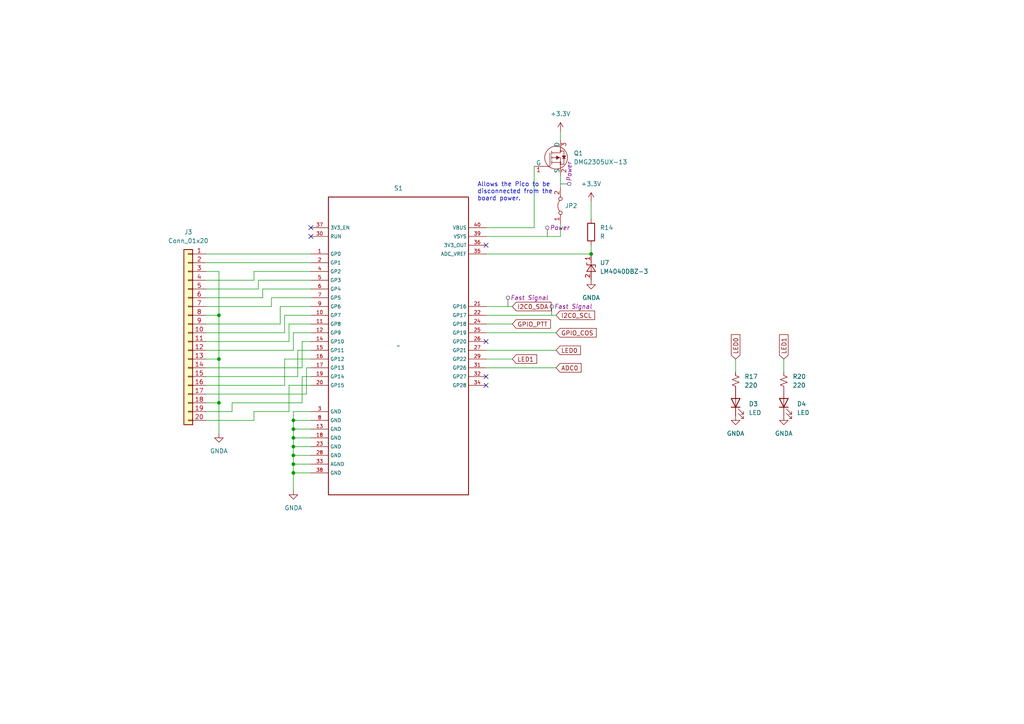
<source format=kicad_sch>
(kicad_sch (version 20230121) (generator eeschema)
  (paper "A4")
  (lib_symbols
    (symbol "Connector_Generic:Conn_01x20" (pin_names (offset 1.016) hide)
      (property "Reference" "J" (at 0 25.4 0))
      (property "Value" "Conn_01x20" (at 0 -27.94 0))
      (symbol "Conn_01x20_1_1"
        (rectangle (start -1.27 -25.273) (end 0 -25.527) (stroke (width 0.1524)))
        (rectangle (start -1.27 -22.733) (end 0 -22.987) (stroke (width 0.1524)))
        (rectangle (start -1.27 -20.193) (end 0 -20.447) (stroke (width 0.1524)))
        (rectangle (start -1.27 -17.653) (end 0 -17.907) (stroke (width 0.1524)))
        (rectangle (start -1.27 -15.113) (end 0 -15.367) (stroke (width 0.1524)))
        (rectangle (start -1.27 -12.573) (end 0 -12.827) (stroke (width 0.1524)))
        (rectangle (start -1.27 -10.033) (end 0 -10.287) (stroke (width 0.1524)))
        (rectangle (start -1.27 -7.493) (end 0 -7.747) (stroke (width 0.1524)))
        (rectangle (start -1.27 -4.953) (end 0 -5.207) (stroke (width 0.1524)))
        (rectangle (start -1.27 -2.413) (end 0 -2.667) (stroke (width 0.1524)))
        (rectangle (start -1.27 0.127) (end 0 -0.127) (stroke (width 0.1524)))
        (rectangle (start -1.27 2.667) (end 0 2.413) (stroke (width 0.1524)))
        (rectangle (start -1.27 5.207) (end 0 4.953) (stroke (width 0.1524)))
        (rectangle (start -1.27 7.747) (end 0 7.493) (stroke (width 0.1524)))
        (rectangle (start -1.27 10.287) (end 0 10.033) (stroke (width 0.1524)))
        (rectangle (start -1.27 12.827) (end 0 12.573) (stroke (width 0.1524)))
        (rectangle (start -1.27 15.367) (end 0 15.113) (stroke (width 0.1524)))
        (rectangle (start -1.27 17.907) (end 0 17.653) (stroke (width 0.1524)))
        (rectangle (start -1.27 20.447) (end 0 20.193) (stroke (width 0.1524)))
        (rectangle (start -1.27 22.987) (end 0 22.733) (stroke (width 0.1524)))
        (rectangle (start -1.27 24.13) (end 1.27 -26.67) (stroke (width 0.254)) (fill (type background)))
        (pin passive line (at -5.08 22.86 0) (length 3.81) (name "Pin_1") (number "1"))
        (pin passive line (at -5.08 0 0) (length 3.81) (name "Pin_10") (number "10"))
        (pin passive line (at -5.08 -2.54 0) (length 3.81) (name "Pin_11") (number "11"))
        (pin passive line (at -5.08 -5.08 0) (length 3.81) (name "Pin_12") (number "12"))
        (pin passive line (at -5.08 -7.62 0) (length 3.81) (name "Pin_13") (number "13"))
        (pin passive line (at -5.08 -10.16 0) (length 3.81) (name "Pin_14") (number "14"))
        (pin passive line (at -5.08 -12.7 0) (length 3.81) (name "Pin_15") (number "15"))
        (pin passive line (at -5.08 -15.24 0) (length 3.81) (name "Pin_16") (number "16"))
        (pin passive line (at -5.08 -17.78 0) (length 3.81) (name "Pin_17") (number "17"))
        (pin passive line (at -5.08 -20.32 0) (length 3.81) (name "Pin_18") (number "18"))
        (pin passive line (at -5.08 -22.86 0) (length 3.81) (name "Pin_19") (number "19"))
        (pin passive line (at -5.08 20.32 0) (length 3.81) (name "Pin_2") (number "2"))
        (pin passive line (at -5.08 -25.4 0) (length 3.81) (name "Pin_20") (number "20"))
        (pin passive line (at -5.08 17.78 0) (length 3.81) (name "Pin_3") (number "3"))
        (pin passive line (at -5.08 15.24 0) (length 3.81) (name "Pin_4") (number "4"))
        (pin passive line (at -5.08 12.7 0) (length 3.81) (name "Pin_5") (number "5"))
        (pin passive line (at -5.08 10.16 0) (length 3.81) (name "Pin_6") (number "6"))
        (pin passive line (at -5.08 7.62 0) (length 3.81) (name "Pin_7") (number "7"))
        (pin passive line (at -5.08 5.08 0) (length 3.81) (name "Pin_8") (number "8"))
        (pin passive line (at -5.08 2.54 0) (length 3.81) (name "Pin_9") (number "9"))
      )
    )
    (symbol "Device:LED" (pin_numbers hide) (pin_names (offset 1.016) hide)
      (property "Reference" "D" (at 0 2.54 0))
      (property "Value" "LED" (at 0 -2.54 0))
      (symbol "LED_0_1"
        (polyline (pts (xy -1.27 -1.27) (xy -1.27 1.27)) (stroke (width 0.254)))
        (polyline (pts (xy -1.27 0) (xy 1.27 0)))
        (polyline (pts (xy 1.27 -1.27) (xy 1.27 1.27) (xy -1.27 0) (xy 1.27 -1.27)) (stroke (width 0.254)))
        (polyline (pts (xy -3.048 -0.762) (xy -4.572 -2.286) (xy -3.81 -2.286) (xy -4.572 -2.286) (xy -4.572 -1.524)))
        (polyline (pts (xy -1.778 -0.762) (xy -3.302 -2.286) (xy -2.54 -2.286) (xy -3.302 -2.286) (xy -3.302 -1.524)))
      )
      (symbol "LED_1_1"
        (pin passive line (at -3.81 0 0) (length 2.54) (name "K") (number "1"))
        (pin passive line (at 3.81 0 180) (length 2.54) (name "A") (number "2"))
      )
    )
    (symbol "Device:R" (pin_numbers hide) (pin_names (offset 0))
      (property "Reference" "R" (at 2.032 0 90))
      (property "Value" "R" (at 0 0 90))
      (symbol "R_0_1"
        (rectangle (start -1.016 -2.54) (end 1.016 2.54) (stroke (width 0.254)))
      )
      (symbol "R_1_1"
        (pin passive line (at 0 3.81 270) (length 1.27) (name "~") (number "1"))
        (pin passive line (at 0 -3.81 90) (length 1.27) (name "~") (number "2"))
      )
    )
    (symbol "Device:R_Small_US" (pin_numbers hide) (pin_names (offset 0.254) hide)
      (property "Reference" "R" (at 0.762 0.508 0))
      (property "Value" "R_Small_US" (at 0.762 -1.016 0))
      (symbol "R_Small_US_1_1"
        (polyline (pts (xy 0 0) (xy 1.016 -0.381) (xy 0 -0.762) (xy -1.016 -1.143) (xy 0 -1.524)))
        (polyline (pts (xy 0 1.524) (xy 1.016 1.143) (xy 0 0.762) (xy -1.016 0.381) (xy 0 0)))
        (pin passive line (at 0 2.54 270) (length 1.016) (name "~") (number "1"))
        (pin passive line (at 0 -2.54 90) (length 1.016) (name "~") (number "2"))
      )
    )
    (symbol "Jumper:Jumper_2_Bridged" (pin_names (offset 0) hide)
      (property "Reference" "JP" (at 0 1.905 0))
      (property "Value" "Jumper_2_Bridged" (at 0 -2.54 0))
      (symbol "Jumper_2_Bridged_0_0"
        (circle (center -2.032 0) (radius 0.508))
        (circle (center 2.032 0) (radius 0.508))
      )
      (symbol "Jumper_2_Bridged_0_1"
        (arc (start 1.524 0.254) (mid 0 0.762) (end -1.524 0.254))
      )
      (symbol "Jumper_2_Bridged_1_1"
        (pin passive line (at -5.08 0 0) (length 2.54) (name "A") (number "1"))
        (pin passive line (at 5.08 0 180) (length 2.54) (name "B") (number "2"))
      )
    )
    (symbol "KC1FSZ-Symbols:DMG2305UX-13" (pin_names (offset 0))
      (property "Reference" "Q1" (at -11.43 6.35 90))
      (property "Value" "DMG2305UX-13" (at -8.89 6.35 90))
      (symbol "DMG2305UX-13_0_1"
        (circle (center -1.27 0) (radius 3.302))
        (circle (center 0 -1.905) (radius 0.127))
        (circle (center 0 -1.397) (radius 0.127))
        (polyline (pts (xy 0 -1.397) (xy -2.54 -1.397)))
        (polyline (pts (xy -5.08 -2.54) (xy -3.048 -2.54) (xy -3.048 1.397)))
        (polyline (pts (xy 0 -2.54) (xy 0 0) (xy -2.54 0)))
        (polyline (pts (xy 0 2.54) (xy 0 1.397) (xy -2.54 1.397)))
        (polyline (pts (xy -0.127 -1.905) (xy 1.016 -1.905) (xy 1.016 1.397) (xy 1.016 1.905) (xy -0.127 1.905)))
        (circle (center 0 1.905) (radius 0.127))
      )
      (symbol "DMG2305UX-13_1_1"
        (polyline (pts (xy -2.54 -1.397) (xy -2.54 -1.905)))
        (polyline (pts (xy -2.54 -1.397) (xy -2.54 -0.889)))
        (polyline (pts (xy -2.54 0) (xy -2.54 -0.508)))
        (polyline (pts (xy -2.54 0) (xy -2.54 0.508)))
        (polyline (pts (xy -2.54 1.905) (xy -2.54 0.889)))
        (polyline (pts (xy 1.524 -0.254) (xy 0.508 -0.254)))
        (polyline (pts (xy -0.381 0) (xy -1.143 0.508) (xy -1.143 -0.508) (xy -0.381 0)) (fill (type outline)))
        (polyline (pts (xy 1.016 -0.254) (xy 1.524 0.508) (xy 0.508 0.508) (xy 1.016 -0.254)) (fill (type outline)))
        (pin bidirectional line (at -7.62 -2.54 0) (length 2.54) (name "G") (number "1"))
        (pin bidirectional line (at 0 -5.08 90) (length 2.54) (name "S") (number "2"))
        (pin bidirectional line (at 0 5.08 270) (length 2.54) (name "D") (number "3"))
      )
    )
    (symbol "KC1FSZ-Symbols:SC0918_0_0"
      (symbol "SC0918_0_0_1_1"
        (rectangle (start -20.32 -43.18) (end 20.32 43.18) (stroke (width 0.254)))
        (pin bidirectional line (at -25.4 26.67 0) (length 5.08) (name "GP0") (number "1"))
        (pin bidirectional line (at -25.4 8.89 0) (length 5.08) (name "GP7") (number "10"))
        (pin bidirectional line (at -25.4 6.35 0) (length 5.08) (name "GP8") (number "11"))
        (pin bidirectional line (at -25.4 3.81 0) (length 5.08) (name "GP9") (number "12"))
        (pin power_in line (at -25.4 -24.13 0) (length 5.08) (name "GND") (number "13"))
        (pin bidirectional line (at -25.4 1.27 0) (length 5.08) (name "GP10") (number "14"))
        (pin bidirectional line (at -25.4 -1.27 0) (length 5.08) (name "GP11") (number "15"))
        (pin bidirectional line (at -25.4 -3.81 0) (length 5.08) (name "GP12") (number "16"))
        (pin bidirectional line (at -25.4 -6.35 0) (length 5.08) (name "GP13") (number "17"))
        (pin power_in line (at -25.4 -26.67 0) (length 5.08) (name "GND") (number "18"))
        (pin bidirectional line (at -25.4 -8.89 0) (length 5.08) (name "GP14") (number "19"))
        (pin bidirectional line (at -25.4 24.13 0) (length 5.08) (name "GP1") (number "2"))
        (pin bidirectional line (at -25.4 -11.43 0) (length 5.08) (name "GP15") (number "20"))
        (pin bidirectional line (at 25.4 11.43 180) (length 5.08) (name "GP16") (number "21"))
        (pin bidirectional line (at 25.4 8.89 180) (length 5.08) (name "GP17") (number "22"))
        (pin power_in line (at -25.4 -29.21 0) (length 5.08) (name "GND") (number "23"))
        (pin bidirectional line (at 25.4 6.35 180) (length 5.08) (name "GP18") (number "24"))
        (pin bidirectional line (at 25.4 3.81 180) (length 5.08) (name "GP19") (number "25"))
        (pin bidirectional line (at 25.4 1.27 180) (length 5.08) (name "GP20") (number "26"))
        (pin bidirectional line (at 25.4 -1.27 180) (length 5.08) (name "GP21") (number "27"))
        (pin power_in line (at -25.4 -31.75 0) (length 5.08) (name "GND") (number "28"))
        (pin bidirectional line (at 25.4 -3.81 180) (length 5.08) (name "GP22") (number "29"))
        (pin power_in line (at -25.4 -19.05 0) (length 5.08) (name "GND") (number "3"))
        (pin input line (at -25.4 31.75 0) (length 5.08) (name "RUN") (number "30"))
        (pin bidirectional line (at 25.4 -6.35 180) (length 5.08) (name "GP26") (number "31"))
        (pin bidirectional line (at 25.4 -8.89 180) (length 5.08) (name "GP27") (number "32"))
        (pin power_in line (at -25.4 -34.29 0) (length 5.08) (name "AGND") (number "33"))
        (pin bidirectional line (at 25.4 -11.43 180) (length 5.08) (name "GP28") (number "34"))
        (pin power_in line (at 25.4 26.67 180) (length 5.08) (name "ADC_VREF") (number "35"))
        (pin power_in line (at 25.4 29.21 180) (length 5.08) (name "3V3_OUT") (number "36"))
        (pin input line (at -25.4 34.29 0) (length 5.08) (name "3V3_EN") (number "37"))
        (pin power_in line (at -25.4 -36.83 0) (length 5.08) (name "GND") (number "38"))
        (pin free line (at 25.4 31.75 180) (length 5.08) (name "VSYS") (number "39"))
        (pin bidirectional line (at -25.4 21.59 0) (length 5.08) (name "GP2") (number "4"))
        (pin free line (at 25.4 34.29 180) (length 5.08) (name "VBUS") (number "40"))
        (pin bidirectional line (at -25.4 19.05 0) (length 5.08) (name "GP3") (number "5"))
        (pin bidirectional line (at -25.4 16.51 0) (length 5.08) (name "GP4") (number "6"))
        (pin bidirectional line (at -25.4 13.97 0) (length 5.08) (name "GP5") (number "7"))
        (pin power_in line (at -25.4 -21.59 0) (length 5.08) (name "GND") (number "8"))
        (pin bidirectional line (at -25.4 11.43 0) (length 5.08) (name "GP6") (number "9"))
      )
    )
    (symbol "Reference_Voltage:LM4040DBZ-3" (pin_names (offset 0.0254) hide)
      (property "Reference" "U" (at 0 2.54 0))
      (property "Value" "LM4040DBZ-3" (at 0 -3.175 0))
      (symbol "LM4040DBZ-3_0_1"
        (polyline (pts (xy -1.27 0) (xy 0 0) (xy 1.27 0)))
        (polyline (pts (xy -1.27 -1.27) (xy 0.635 0) (xy -1.27 1.27) (xy -1.27 -1.27)) (stroke (width 0.2032)))
        (polyline (pts (xy 0 -1.27) (xy 0.635 -1.27) (xy 0.635 1.27) (xy 1.27 1.27)) (stroke (width 0.2032)))
      )
      (symbol "LM4040DBZ-3_1_1"
        (pin passive line (at 3.81 0 180) (length 2.54) (name "K") (number "1"))
        (pin passive line (at -3.81 0 0) (length 2.54) (name "A") (number "2"))
      )
    )
    (symbol "power:+3.3V" (power) (pin_names (offset 0))
      (property "Value" "+3.3V" (at 0 3.556 0))
      (symbol "+3.3V_0_1"
        (polyline (pts (xy -0.762 1.27) (xy 0 2.54)))
        (polyline (pts (xy 0 0) (xy 0 2.54)))
        (polyline (pts (xy 0 2.54) (xy 0.762 1.27)))
      )
      (symbol "+3.3V_1_1"
        (pin power_in line (at 0 0 90) (length 0) hide (name "+3.3V") (number "1"))
      )
    )
    (symbol "power:GNDA" (power) (pin_names (offset 0))
      (property "Value" "GNDA" (at 0 -3.81 0))
      (symbol "GNDA_0_1"
        (polyline (pts (xy 0 0) (xy 0 -1.27) (xy 1.27 -1.27) (xy 0 -2.54) (xy -1.27 -1.27) (xy 0 -1.27)))
      )
      (symbol "GNDA_1_1"
        (pin power_in line (at 0 0 270) (length 0) hide (name "GNDA") (number "1"))
      )
    )
  )
  (junction (at 63.5 104.14))
  (junction (at 63.5 116.84))
  (junction (at 85.09 137.16))
  (junction (at 85.09 127))
  (junction (at 85.09 121.92))
  (junction (at 63.5 91.44))
  (junction (at 85.09 129.54))
  (junction (at 171.45 73.66))
  (junction (at 85.09 124.46))
  (junction (at 85.09 132.08))
  (junction (at 85.09 134.62))
  (no_connect (at 90.17 68.58))
  (no_connect (at 140.97 109.22))
  (no_connect (at 90.17 66.04))
  (no_connect (at 140.97 71.12))
  (no_connect (at 140.97 111.76))
  (no_connect (at 140.97 99.06))
  (wire (pts (xy 90.17 81.28) (xy 74.93 81.28)))
  (wire (pts (xy 86.36 109.22) (xy 59.69 109.22)))
  (wire (pts (xy 90.17 106.68) (xy 88.9 106.68)))
  (wire (pts (xy 140.97 93.98) (xy 148.59 93.98)))
  (wire (pts (xy 82.55 96.52) (xy 59.69 96.52)))
  (wire (pts (xy 59.69 73.66) (xy 90.17 73.66)))
  (wire (pts (xy 140.97 88.9) (xy 148.59 88.9)))
  (wire (pts (xy 83.82 111.76) (xy 83.82 119.38)))
  (wire (pts (xy 85.09 121.92) (xy 85.09 124.46)))
  (wire (pts (xy 63.5 104.14) (xy 63.5 116.84)))
  (wire (pts (xy 78.74 86.36) (xy 78.74 88.9)))
  (wire (pts (xy 59.69 91.44) (xy 63.5 91.44)))
  (wire (pts (xy 90.17 88.9) (xy 81.28 88.9)))
  (wire (pts (xy 162.56 64.77) (xy 162.56 68.58)))
  (wire (pts (xy 88.9 106.68) (xy 88.9 114.3)))
  (wire (pts (xy 85.09 127) (xy 90.17 127)))
  (wire (pts (xy 88.9 114.3) (xy 59.69 114.3)))
  (wire (pts (xy 63.5 91.44) (xy 63.5 104.14)))
  (wire (pts (xy 85.09 129.54) (xy 85.09 132.08)))
  (wire (pts (xy 85.09 134.62) (xy 90.17 134.62)))
  (wire (pts (xy 67.31 116.84) (xy 67.31 119.38)))
  (wire (pts (xy 59.69 116.84) (xy 63.5 116.84)))
  (wire (pts (xy 85.09 101.6) (xy 59.69 101.6)))
  (wire (pts (xy 81.28 88.9) (xy 81.28 93.98)))
  (wire (pts (xy 59.69 104.14) (xy 63.5 104.14)))
  (wire (pts (xy 73.66 78.74) (xy 73.66 81.28)))
  (wire (pts (xy 59.69 76.2) (xy 90.17 76.2)))
  (wire (pts (xy 81.28 93.98) (xy 59.69 93.98)))
  (wire (pts (xy 82.55 91.44) (xy 82.55 96.52)))
  (wire (pts (xy 162.56 50.8) (xy 162.56 54.61)))
  (wire (pts (xy 90.17 104.14) (xy 82.55 104.14)))
  (wire (pts (xy 74.93 81.28) (xy 74.93 83.82)))
  (wire (pts (xy 90.17 109.22) (xy 87.63 109.22)))
  (wire (pts (xy 85.09 119.38) (xy 90.17 119.38)))
  (wire (pts (xy 85.09 134.62) (xy 85.09 137.16)))
  (wire (pts (xy 85.09 127) (xy 85.09 129.54)))
  (wire (pts (xy 90.17 91.44) (xy 82.55 91.44)))
  (wire (pts (xy 87.63 106.68) (xy 59.69 106.68)))
  (wire (pts (xy 74.93 83.82) (xy 59.69 83.82)))
  (wire (pts (xy 82.55 104.14) (xy 82.55 111.76)))
  (wire (pts (xy 140.97 91.44) (xy 161.29 91.44)))
  (wire (pts (xy 59.69 121.92) (xy 73.66 121.92)))
  (wire (pts (xy 85.09 124.46) (xy 90.17 124.46)))
  (wire (pts (xy 90.17 96.52) (xy 85.09 96.52)))
  (wire (pts (xy 76.2 83.82) (xy 76.2 86.36)))
  (wire (pts (xy 140.97 101.6) (xy 161.29 101.6)))
  (wire (pts (xy 140.97 68.58) (xy 162.56 68.58)))
  (wire (pts (xy 87.63 109.22) (xy 87.63 116.84)))
  (wire (pts (xy 76.2 83.82) (xy 90.17 83.82)))
  (wire (pts (xy 76.2 86.36) (xy 59.69 86.36)))
  (wire (pts (xy 73.66 119.38) (xy 73.66 121.92)))
  (wire (pts (xy 73.66 78.74) (xy 90.17 78.74)))
  (wire (pts (xy 140.97 106.68) (xy 161.29 106.68)))
  (wire (pts (xy 140.97 66.04) (xy 154.94 66.04)))
  (wire (pts (xy 140.97 73.66) (xy 171.45 73.66)))
  (wire (pts (xy 171.45 71.12) (xy 171.45 73.66)))
  (wire (pts (xy 67.31 119.38) (xy 59.69 119.38)))
  (wire (pts (xy 85.09 96.52) (xy 85.09 101.6)))
  (wire (pts (xy 82.55 111.76) (xy 59.69 111.76)))
  (wire (pts (xy 86.36 101.6) (xy 86.36 109.22)))
  (wire (pts (xy 85.09 124.46) (xy 85.09 127)))
  (wire (pts (xy 87.63 116.84) (xy 67.31 116.84)))
  (wire (pts (xy 213.36 104.14) (xy 213.36 107.95)))
  (wire (pts (xy 90.17 101.6) (xy 86.36 101.6)))
  (wire (pts (xy 154.94 48.26) (xy 154.94 66.04)))
  (wire (pts (xy 85.09 132.08) (xy 90.17 132.08)))
  (wire (pts (xy 78.74 88.9) (xy 59.69 88.9)))
  (wire (pts (xy 162.56 38.1) (xy 162.56 40.64)))
  (wire (pts (xy 87.63 99.06) (xy 87.63 106.68)))
  (wire (pts (xy 227.33 104.14) (xy 227.33 107.95)))
  (wire (pts (xy 59.69 78.74) (xy 63.5 78.74)))
  (wire (pts (xy 90.17 93.98) (xy 83.82 93.98)))
  (wire (pts (xy 171.45 58.42) (xy 171.45 63.5)))
  (wire (pts (xy 85.09 137.16) (xy 85.09 142.24)))
  (wire (pts (xy 90.17 86.36) (xy 78.74 86.36)))
  (wire (pts (xy 140.97 104.14) (xy 148.59 104.14)))
  (wire (pts (xy 90.17 99.06) (xy 87.63 99.06)))
  (wire (pts (xy 83.82 93.98) (xy 83.82 99.06)))
  (wire (pts (xy 85.09 119.38) (xy 85.09 121.92)))
  (wire (pts (xy 73.66 81.28) (xy 59.69 81.28)))
  (wire (pts (xy 63.5 78.74) (xy 63.5 91.44)))
  (wire (pts (xy 90.17 111.76) (xy 83.82 111.76)))
  (wire (pts (xy 83.82 99.06) (xy 59.69 99.06)))
  (wire (pts (xy 85.09 132.08) (xy 85.09 134.62)))
  (wire (pts (xy 140.97 96.52) (xy 161.29 96.52)))
  (wire (pts (xy 85.09 129.54) (xy 90.17 129.54)))
  (wire (pts (xy 85.09 137.16) (xy 90.17 137.16)))
  (wire (pts (xy 63.5 116.84) (xy 63.5 125.73)))
  (wire (pts (xy 85.09 121.92) (xy 90.17 121.92)))
  (wire (pts (xy 83.82 119.38) (xy 73.66 119.38)))
  (text "Allows the Pico to be \ndisconnected from the \nboard power.\n" (at 138.43 58.42 0) (effects (font (size 1.27 1.27)) (justify left bottom)))
  (global_label "LED0" (shape input) (at 213.36 104.14 90) (property "Intersheetrefs" "${INTERSHEET_REFS}" (effects hide)))
  (global_label "GPIO_COS" (shape input) (at 161.29 96.52 0) (property "Intersheetrefs" "${INTERSHEET_REFS}" (effects hide)))
  (global_label "LED1" (shape input) (at 227.33 104.14 90) (property "Intersheetrefs" "${INTERSHEET_REFS}" (effects hide)))
  (global_label "I2C0_SCL" (shape input) (at 161.29 91.44 0) (property "Intersheetrefs" "${INTERSHEET_REFS}" (effects hide)))
  (global_label "GPIO_PTT" (shape input) (at 148.59 93.98 0) (property "Intersheetrefs" "${INTERSHEET_REFS}" (effects hide)))
  (global_label "ADC0" (shape input) (at 161.29 106.68 0) (property "Intersheetrefs" "${INTERSHEET_REFS}" (effects hide)))
  (global_label "LED1" (shape input) (at 148.59 104.14 0) (property "Intersheetrefs" "${INTERSHEET_REFS}" (effects hide)))
  (global_label "I2C0_SDA" (shape input) (at 148.59 88.9 0) (property "Intersheetrefs" "${INTERSHEET_REFS}" (effects hide)))
  (global_label "LED0" (shape input) (at 161.29 101.6 0) (property "Intersheetrefs" "${INTERSHEET_REFS}" (effects hide)))
  (netclass_flag "" (length 2.54) (shape round) (at 160.02 91.44 0) (property "Netclass" "Fast Signal" (at 160.7185 88.9 0) (effects (font italic) (justify left))))
  (netclass_flag "" (length 2.54) (shape round) (at 158.75 68.58 0) (property "Netclass" "Power" (at 159.4485 66.04 0) (effects (font italic) (justify left))))
  (netclass_flag "" (length 2.54) (shape round) (at 147.32 88.9 0) (property "Netclass" "Fast Signal" (at 148.0185 86.36 0) (effects (font italic) (justify left))))
  (netclass_flag "" (length 2.54) (shape round) (at 162.56 53.34 270) (property "Netclass" "Power" (at 165.1 52.6415 90) (effects (font italic) (justify left))))
  (symbol (lib_id "KC1FSZ-Symbols:SC0918_0_0") (at 115.57 100.33 0) (unit 1)
    (property "Reference" "S1" (at 115.57 54.61 0))
    (property "Value" "~" (at 115.57 100.33 0))
    (property "Footprint" "bruce-footprints:RPi_PicoW_SMD_TH" (effects hide))
  )
  (symbol (lib_id "Connector_Generic:Conn_01x20") (at 54.61 96.52 0) (mirror y) (unit 1)
    (property "Reference" "J3" (at 54.61 67.31 0))
    (property "Value" "Conn_01x20" (at 54.61 69.85 0))
    (property "Footprint" "Connector_PinHeader_2.54mm:PinHeader_1x20_P2.54mm_Vertical" (effects hide))
  )
  (symbol (lib_id "power:GNDA") (at 213.36 120.65 0) (unit 1)
    (property "Reference" "#PWR043" (effects hide))
    (property "Value" "GNDA" (at 213.36 125.73 0))
  )
  (symbol (lib_id "Device:LED") (at 213.36 116.84 90) (unit 1)
    (property "Reference" "D3" (at 217.17 117.1575 90) (effects (justify right)))
    (property "Value" "LED" (at 217.17 119.6975 90) (effects (justify right)))
    (property "Footprint" "LED_SMD:LED_0805_2012Metric_Pad1.15x1.40mm_HandSolder" (effects hide))
  )
  (symbol (lib_id "power:GNDA") (at 171.45 81.28 0) (unit 1)
    (property "Reference" "#PWR022" (effects hide))
    (property "Value" "GNDA" (at 171.45 86.36 0))
  )
  (symbol (lib_id "Jumper:Jumper_2_Bridged") (at 162.56 59.69 90) (unit 1)
    (property "Reference" "JP2" (at 163.83 59.69 90) (effects (justify right)))
    (property "Value" "Jumper_2_Bridged" (effects hide))
    (property "Footprint" "Connector_PinHeader_2.54mm:PinHeader_1x02_P2.54mm_Vertical" (effects hide))
  )
  (symbol (lib_id "KC1FSZ-Symbols:DMG2305UX-13") (at 162.56 45.72 0) (unit 1)
    (property "Reference" "Q1" (at 166.37 44.45 0) (effects (justify left)))
    (property "Value" "DMG2305UX-13" (at 166.37 46.99 0) (effects (justify left)))
    (property "Footprint" "Package_TO_SOT_SMD:SOT-23-3" (effects hide))
    (property "Datasheet" "https://www.diodes.com/assets/Datasheets/DMG2305UX.pdf" (effects hide))
    (property "Digi-Key_PN" "DMG2305UX-13DICT-ND" (effects hide))
    (property "MPN" "DMG2305UX-13" (effects hide))
    (property "Category" "Discrete Semiconductor Products" (effects hide))
    (property "Family" "Transistors - FETs, MOSFETs - Single" (effects hide))
    (property "DK_Datasheet_Link" "https://www.diodes.com/assets/Datasheets/DMG2305UX.pdf" (effects hide))
    (property "DK_Detail_Page" "/product-detail/en/diodes-incorporated/DMG2305UX-13/DMG2305UX-13DICT-ND/4251589" (effects hide))
    (property "Description" "MOSFET P-CH 20V 4.2A SOT23" (effects hide))
    (property "Manufacturer" "Diodes Incorporated" (effects hide))
    (property "Status" "Active" (effects hide))
  )
  (symbol (lib_id "power:+3.3V") (at 171.45 58.42 0) (unit 1)
    (property "Reference" "#PWR03" (effects hide))
    (property "Value" "+3.3V" (at 171.45 53.34 0))
  )
  (symbol (lib_id "Device:R_Small_US") (at 227.33 110.49 0) (unit 1)
    (property "Reference" "R20" (at 229.87 109.22 0) (effects (justify left)))
    (property "Value" "220" (at 229.87 111.76 0) (effects (justify left)))
    (property "Footprint" "Resistor_SMD:R_0805_2012Metric_Pad1.20x1.40mm_HandSolder" (effects hide))
  )
  (symbol (lib_id "Device:R_Small_US") (at 213.36 110.49 0) (unit 1)
    (property "Reference" "R17" (at 215.9 109.22 0) (effects (justify left)))
    (property "Value" "220" (at 215.9 111.76 0) (effects (justify left)))
    (property "Footprint" "Resistor_SMD:R_0805_2012Metric_Pad1.20x1.40mm_HandSolder" (effects hide))
  )
  (symbol (lib_id "Reference_Voltage:LM4040DBZ-3") (at 171.45 77.47 90) (unit 1)
    (property "Reference" "U7" (at 173.99 76.2 90) (effects (justify right)))
    (property "Value" "LM4040DBZ-3" (at 173.99 78.74 90) (effects (justify right)))
    (property "Footprint" "Package_TO_SOT_SMD:SOT-23" (effects hide))
    (property "Datasheet" "http://www.ti.com/lit/ds/symlink/lm4040-n.pdf" (effects hide))
  )
  (symbol (lib_id "power:GNDA") (at 227.33 120.65 0) (unit 1)
    (property "Reference" "#PWR045" (effects hide))
    (property "Value" "GNDA" (at 227.33 125.73 0))
  )
  (symbol (lib_id "Device:LED") (at 227.33 116.84 90) (unit 1)
    (property "Reference" "D4" (at 231.14 117.1575 90) (effects (justify right)))
    (property "Value" "LED" (at 231.14 119.6975 90) (effects (justify right)))
    (property "Footprint" "LED_SMD:LED_0805_2012Metric_Pad1.15x1.40mm_HandSolder" (effects hide))
  )
  (symbol (lib_id "power:GNDA") (at 63.5 125.73 0) (unit 1)
    (property "Reference" "#PWR06" (effects hide))
    (property "Value" "GNDA" (at 63.5 130.81 0))
  )
  (symbol (lib_id "Device:R") (at 171.45 67.31 0) (unit 1)
    (property "Reference" "R14" (at 173.99 66.04 0) (effects (justify left)))
    (property "Value" "R" (at 173.99 68.58 0) (effects (justify left)))
    (property "Footprint" "Resistor_SMD:R_0805_2012Metric_Pad1.20x1.40mm_HandSolder" (effects hide))
  )
  (symbol (lib_id "power:+3.3V") (at 162.56 38.1 0) (unit 1)
    (property "Reference" "#PWR023" (effects hide))
    (property "Value" "+3.3V" (at 162.56 33.02 0))
  )
  (symbol (lib_id "power:GNDA") (at 85.09 142.24 0) (unit 1)
    (property "Reference" "#PWR027" (effects hide))
    (property "Value" "GNDA" (at 85.09 147.32 0))
  )
)
</source>
